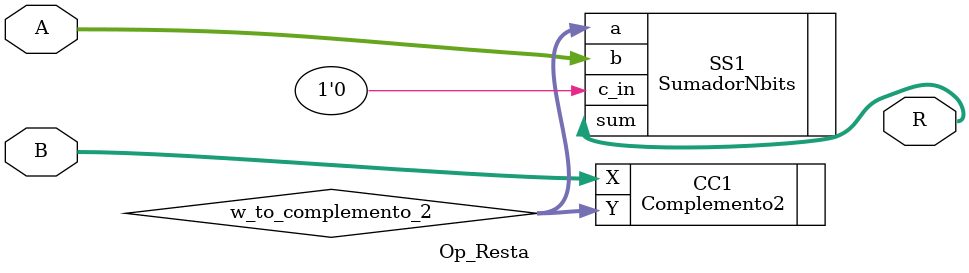
<source format=v>
`timescale 1ns / 1ps


module Op_Resta #(parameter N=8)(
    input [N-1:0] A,
    input [N-1:0] B,
    output wire [N-1:0] R
    //output wire Cout
);
wire [N-1:0] w_to_complemento_2;
    SumadorNbits  #(.N(N)) SS1(
        .c_in(1'b0),
        .a(w_to_complemento_2),
        .sum(R),
        .b(A)
    );
    
    Complemento2 #(.N(N)) CC1(
        .X(B),
        .Y(w_to_complemento_2)
    );
     
endmodule

</source>
